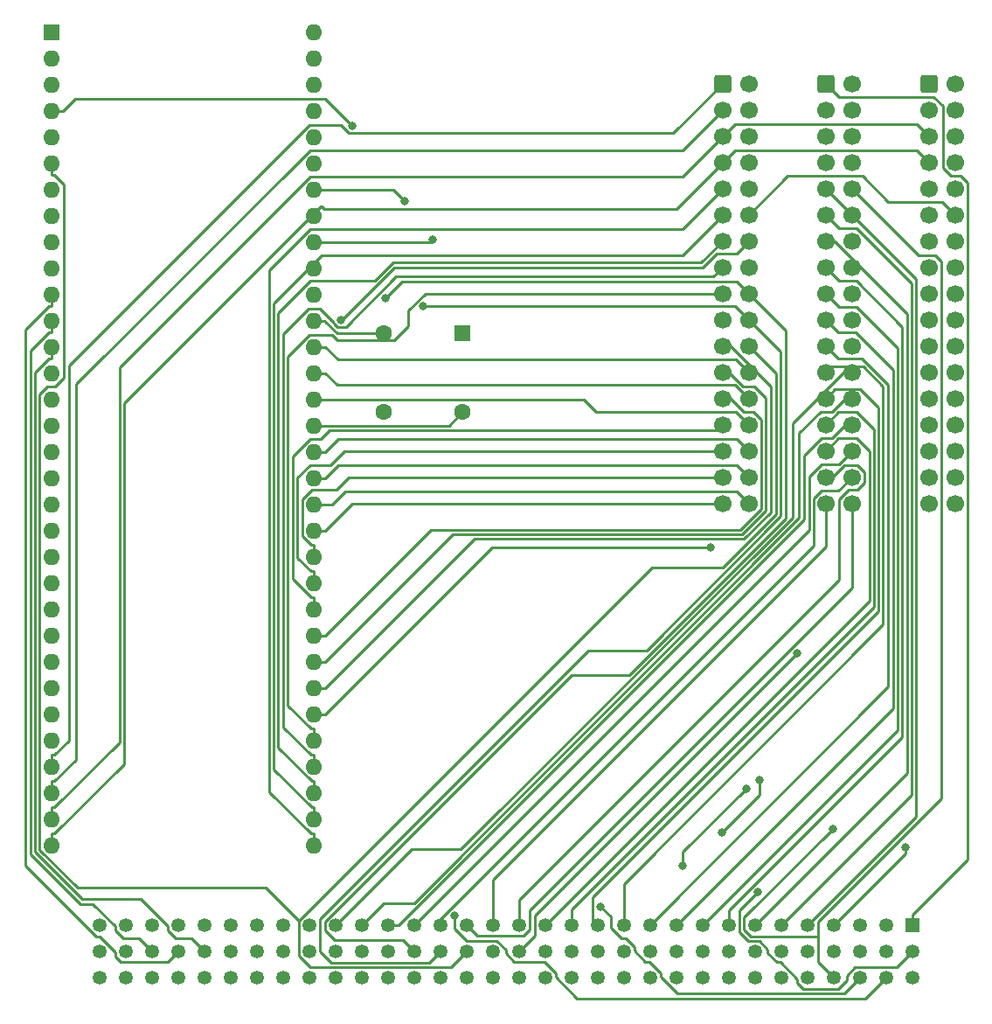
<source format=gbr>
%TF.GenerationSoftware,KiCad,Pcbnew,(6.0.4)*%
%TF.CreationDate,2022-05-02T09:06:26-05:00*%
%TF.ProjectId,cpu_board,6370755f-626f-4617-9264-2e6b69636164,rev?*%
%TF.SameCoordinates,Original*%
%TF.FileFunction,Copper,L2,Bot*%
%TF.FilePolarity,Positive*%
%FSLAX46Y46*%
G04 Gerber Fmt 4.6, Leading zero omitted, Abs format (unit mm)*
G04 Created by KiCad (PCBNEW (6.0.4)) date 2022-05-02 09:06:26*
%MOMM*%
%LPD*%
G01*
G04 APERTURE LIST*
G04 Aperture macros list*
%AMRoundRect*
0 Rectangle with rounded corners*
0 $1 Rounding radius*
0 $2 $3 $4 $5 $6 $7 $8 $9 X,Y pos of 4 corners*
0 Add a 4 corners polygon primitive as box body*
4,1,4,$2,$3,$4,$5,$6,$7,$8,$9,$2,$3,0*
0 Add four circle primitives for the rounded corners*
1,1,$1+$1,$2,$3*
1,1,$1+$1,$4,$5*
1,1,$1+$1,$6,$7*
1,1,$1+$1,$8,$9*
0 Add four rect primitives between the rounded corners*
20,1,$1+$1,$2,$3,$4,$5,0*
20,1,$1+$1,$4,$5,$6,$7,0*
20,1,$1+$1,$6,$7,$8,$9,0*
20,1,$1+$1,$8,$9,$2,$3,0*%
G04 Aperture macros list end*
%TA.AperFunction,ComponentPad*%
%ADD10R,1.600000X1.600000*%
%TD*%
%TA.AperFunction,ComponentPad*%
%ADD11C,1.600000*%
%TD*%
%TA.AperFunction,ComponentPad*%
%ADD12RoundRect,0.250000X-0.600000X-0.600000X0.600000X-0.600000X0.600000X0.600000X-0.600000X0.600000X0*%
%TD*%
%TA.AperFunction,ComponentPad*%
%ADD13C,1.700000*%
%TD*%
%TA.AperFunction,ComponentPad*%
%ADD14R,1.350000X1.350000*%
%TD*%
%TA.AperFunction,ComponentPad*%
%ADD15C,1.350000*%
%TD*%
%TA.AperFunction,ComponentPad*%
%ADD16O,1.600000X1.600000*%
%TD*%
%TA.AperFunction,ViaPad*%
%ADD17C,0.800000*%
%TD*%
%TA.AperFunction,Conductor*%
%ADD18C,0.250000*%
%TD*%
G04 APERTURE END LIST*
D10*
%TO.P,X1,1,EN*%
%TO.N,+5V*%
X67810000Y-75190000D03*
D11*
%TO.P,X1,4,GND*%
%TO.N,GND*%
X60190000Y-75190000D03*
%TO.P,X1,5,OUT*%
%TO.N,/CLK*%
X60190000Y-82810000D03*
%TO.P,X1,8,Vcc*%
%TO.N,+5V*%
X67810000Y-82810000D03*
%TD*%
D12*
%TO.P,J2,1,Pin_1*%
%TO.N,/CPU_A1*%
X93000000Y-51000000D03*
D13*
%TO.P,J2,2,Pin_2*%
%TO.N,unconnected-(J2-Pad2)*%
X95540000Y-51000000D03*
%TO.P,J2,3,Pin_3*%
%TO.N,/CPU_A2*%
X93000000Y-53540000D03*
%TO.P,J2,4,Pin_4*%
%TO.N,unconnected-(J2-Pad4)*%
X95540000Y-53540000D03*
%TO.P,J2,5,Pin_5*%
%TO.N,/CPU_A3*%
X93000000Y-56080000D03*
%TO.P,J2,6,Pin_6*%
%TO.N,unconnected-(J2-Pad6)*%
X95540000Y-56080000D03*
%TO.P,J2,7,Pin_7*%
%TO.N,/CPU_A4*%
X93000000Y-58620000D03*
%TO.P,J2,8,Pin_8*%
%TO.N,unconnected-(J2-Pad8)*%
X95540000Y-58620000D03*
%TO.P,J2,9,Pin_9*%
%TO.N,/CPU_A5*%
X93000000Y-61160000D03*
%TO.P,J2,10,Pin_10*%
%TO.N,/~DCO*%
X95540000Y-61160000D03*
%TO.P,J2,11,Pin_11*%
%TO.N,/CPU_A6*%
X93000000Y-63700000D03*
%TO.P,J2,12,Pin_12*%
%TO.N,/~CPU_BERR*%
X95540000Y-63700000D03*
%TO.P,J2,13,Pin_13*%
%TO.N,/CPU_A7*%
X93000000Y-66240000D03*
%TO.P,J2,14,Pin_14*%
%TO.N,/~CPU_DTACK*%
X95540000Y-66240000D03*
%TO.P,J2,15,Pin_15*%
%TO.N,/CPU_A8*%
X93000000Y-68780000D03*
%TO.P,J2,16,Pin_16*%
%TO.N,/CPU_R{slash}W*%
X95540000Y-68780000D03*
%TO.P,J2,17,Pin_17*%
%TO.N,/CPU_A9*%
X93000000Y-71320000D03*
%TO.P,J2,18,Pin_18*%
%TO.N,/~CPU_LDS*%
X95540000Y-71320000D03*
%TO.P,J2,19,Pin_19*%
%TO.N,/CPU_A10*%
X93000000Y-73860000D03*
%TO.P,J2,20,Pin_20*%
%TO.N,/~CPU_UDS*%
X95540000Y-73860000D03*
%TO.P,J2,21,Pin_21*%
%TO.N,/CPU_A11*%
X93000000Y-76400000D03*
%TO.P,J2,22,Pin_22*%
%TO.N,/~CPU_AS*%
X95540000Y-76400000D03*
%TO.P,J2,23,Pin_23*%
%TO.N,/CPU_A12*%
X93000000Y-78940000D03*
%TO.P,J2,24,Pin_24*%
%TO.N,/CPU_A23*%
X95540000Y-78940000D03*
%TO.P,J2,25,Pin_25*%
%TO.N,/CPU_A13*%
X93000000Y-81480000D03*
%TO.P,J2,26,Pin_26*%
%TO.N,/CPU_A22*%
X95540000Y-81480000D03*
%TO.P,J2,27,Pin_27*%
%TO.N,/CPU_A14*%
X93000000Y-84020000D03*
%TO.P,J2,28,Pin_28*%
%TO.N,/CPU_A21*%
X95540000Y-84020000D03*
%TO.P,J2,29,Pin_29*%
%TO.N,/CPU_A15*%
X93000000Y-86560000D03*
%TO.P,J2,30,Pin_30*%
%TO.N,/CPU_A20*%
X95540000Y-86560000D03*
%TO.P,J2,31,Pin_31*%
%TO.N,/CPU_A16*%
X93000000Y-89100000D03*
%TO.P,J2,32,Pin_32*%
%TO.N,/CPU_A19*%
X95540000Y-89100000D03*
%TO.P,J2,33,Pin_33*%
%TO.N,/CPU_A17*%
X93000000Y-91640000D03*
%TO.P,J2,34,Pin_34*%
%TO.N,/CPU_A18*%
X95540000Y-91640000D03*
%TD*%
D14*
%TO.P,J4,A1,A1*%
%TO.N,/BUS_A1*%
X111370000Y-132487500D03*
D15*
%TO.P,J4,A2,A2*%
%TO.N,/BUS_A2*%
X108830000Y-132487500D03*
%TO.P,J4,A3,A3*%
%TO.N,/BUS_A3*%
X106290000Y-132487500D03*
%TO.P,J4,A4,A4*%
%TO.N,/BUS_A4*%
X103750000Y-132487500D03*
%TO.P,J4,A5,A5*%
%TO.N,/BUS_A5*%
X101210000Y-132487500D03*
%TO.P,J4,A6,A6*%
%TO.N,/BUS_A6*%
X98670000Y-132487500D03*
%TO.P,J4,A7,A7*%
%TO.N,/BUS_A7*%
X96130000Y-132487500D03*
%TO.P,J4,A8,A8*%
%TO.N,/BUS_A8*%
X93590000Y-132487500D03*
%TO.P,J4,A9,A9*%
%TO.N,/BUS_A9*%
X91050000Y-132487500D03*
%TO.P,J4,A10,A10*%
%TO.N,/BUS_A10*%
X88510000Y-132487500D03*
%TO.P,J4,A11,A11*%
%TO.N,/BUS_A11*%
X85970000Y-132487500D03*
%TO.P,J4,A12,A12*%
%TO.N,/BUS_A12*%
X83430000Y-132487500D03*
%TO.P,J4,A13,A13*%
%TO.N,/BUS_A13*%
X80890000Y-132487500D03*
%TO.P,J4,A14,A14*%
%TO.N,/BUS_A14*%
X78350000Y-132487500D03*
%TO.P,J4,A15,A15*%
%TO.N,/BUS_A15*%
X75810000Y-132487500D03*
%TO.P,J4,A16,A16*%
%TO.N,/BUS_A16*%
X73270000Y-132487500D03*
%TO.P,J4,A17,A17*%
%TO.N,/BUS_A17*%
X70730000Y-132487500D03*
%TO.P,J4,A18,A18*%
%TO.N,/BUS_A18*%
X68190000Y-132487500D03*
%TO.P,J4,A19,A19*%
%TO.N,/BUS_A19*%
X65650000Y-132487500D03*
%TO.P,J4,A20,A20*%
%TO.N,/BUS_A20*%
X63110000Y-132487500D03*
%TO.P,J4,A21,A21*%
%TO.N,/BUS_A21*%
X60570000Y-132487500D03*
%TO.P,J4,A22,A22*%
%TO.N,/BUS_A22*%
X58030000Y-132487500D03*
%TO.P,J4,A23,A23*%
%TO.N,/BUS_A23*%
X55490000Y-132487500D03*
%TO.P,J4,A24,A24*%
%TO.N,/A24*%
X52950000Y-132487500D03*
%TO.P,J4,A25,A25*%
%TO.N,/A25*%
X50410000Y-132487500D03*
%TO.P,J4,A26,A26*%
%TO.N,/A26*%
X47870000Y-132487500D03*
%TO.P,J4,A27,A27*%
%TO.N,/A27*%
X45330000Y-132487500D03*
%TO.P,J4,A28,A28*%
%TO.N,/A28*%
X42790000Y-132487500D03*
%TO.P,J4,A29,A29*%
%TO.N,/A29*%
X40250000Y-132487500D03*
%TO.P,J4,A30,A30*%
%TO.N,/A30*%
X37710000Y-132487500D03*
%TO.P,J4,A31,A31*%
%TO.N,/A31*%
X35170000Y-132487500D03*
%TO.P,J4,A32,A32*%
%TO.N,/D0*%
X32630000Y-132487500D03*
%TO.P,J4,B1,B1*%
%TO.N,/D1*%
X111370000Y-135027500D03*
%TO.P,J4,B2,B2*%
%TO.N,/D2*%
X108830000Y-135027500D03*
%TO.P,J4,B3,B3*%
%TO.N,/D3*%
X106290000Y-135027500D03*
%TO.P,J4,B4,B4*%
%TO.N,/D4*%
X103750000Y-135027500D03*
%TO.P,J4,B5,B5*%
%TO.N,/D5*%
X101210000Y-135027500D03*
%TO.P,J4,B6,B6*%
%TO.N,/D6*%
X98670000Y-135027500D03*
%TO.P,J4,B7,B7*%
%TO.N,/D7*%
X96130000Y-135027500D03*
%TO.P,J4,B8,B8*%
%TO.N,/D8*%
X93590000Y-135027500D03*
%TO.P,J4,B9,B9*%
%TO.N,/D9*%
X91050000Y-135027500D03*
%TO.P,J4,B10,B10*%
%TO.N,/D10*%
X88510000Y-135027500D03*
%TO.P,J4,B11,B11*%
%TO.N,/D11*%
X85970000Y-135027500D03*
%TO.P,J4,B12,B12*%
%TO.N,/D12*%
X83430000Y-135027500D03*
%TO.P,J4,B13,B13*%
%TO.N,/D13*%
X80890000Y-135027500D03*
%TO.P,J4,B14,B14*%
%TO.N,/D14*%
X78350000Y-135027500D03*
%TO.P,J4,B15,B15*%
%TO.N,/D15*%
X75810000Y-135027500D03*
%TO.P,J4,B16,B16*%
%TO.N,/~CPU_BERR*%
X73270000Y-135027500D03*
%TO.P,J4,B17,B17*%
%TO.N,/~CPU_DTACK*%
X70730000Y-135027500D03*
%TO.P,J4,B18,B18*%
%TO.N,/~CPU_AS*%
X68190000Y-135027500D03*
%TO.P,J4,B19,B19*%
%TO.N,/~CPU_UDS*%
X65650000Y-135027500D03*
%TO.P,J4,B20,B20*%
%TO.N,/~CPU_LDS*%
X63110000Y-135027500D03*
%TO.P,J4,B21,B21*%
%TO.N,/CPU_R{slash}W*%
X60570000Y-135027500D03*
%TO.P,J4,B22,B22*%
%TO.N,/VPA*%
X58030000Y-135027500D03*
%TO.P,J4,B23,B23*%
%TO.N,/E*%
X55490000Y-135027500D03*
%TO.P,J4,B24,B24*%
%TO.N,/~VMA*%
X52950000Y-135027500D03*
%TO.P,J4,B25,B25*%
%TO.N,/FC2*%
X50410000Y-135027500D03*
%TO.P,J4,B26,B26*%
%TO.N,/FC1*%
X47870000Y-135027500D03*
%TO.P,J4,B27,B27*%
%TO.N,/FC0*%
X45330000Y-135027500D03*
%TO.P,J4,B28,B28*%
%TO.N,/~BR*%
X42790000Y-135027500D03*
%TO.P,J4,B29,B29*%
%TO.N,/~BG*%
X40250000Y-135027500D03*
%TO.P,J4,B30,B30*%
%TO.N,/~BGACK*%
X37710000Y-135027500D03*
%TO.P,J4,B31,B31*%
%TO.N,/~IPL2*%
X35170000Y-135027500D03*
%TO.P,J4,B32,B32*%
%TO.N,/~IPL1*%
X32630000Y-135027500D03*
%TO.P,J4,C1,C1*%
%TO.N,/~IPL0*%
X111370000Y-137567500D03*
%TO.P,J4,C2,C2*%
%TO.N,/CLK*%
X108830000Y-137567500D03*
%TO.P,J4,C3,C3*%
%TO.N,GND*%
X106290000Y-137567500D03*
%TO.P,J4,C4,C4*%
%TO.N,+5V*%
X103750000Y-137567500D03*
%TO.P,J4,C5,C5*%
%TO.N,unconnected-(J4-PadC5)*%
X101210000Y-137567500D03*
%TO.P,J4,C6,C6*%
%TO.N,unconnected-(J4-PadC6)*%
X98670000Y-137567500D03*
%TO.P,J4,C7,C7*%
%TO.N,unconnected-(J4-PadC7)*%
X96130000Y-137567500D03*
%TO.P,J4,C8,C8*%
%TO.N,unconnected-(J4-PadC8)*%
X93590000Y-137567500D03*
%TO.P,J4,C9,C9*%
%TO.N,unconnected-(J4-PadC9)*%
X91050000Y-137567500D03*
%TO.P,J4,C10,C10*%
%TO.N,unconnected-(J4-PadC10)*%
X88510000Y-137567500D03*
%TO.P,J4,C11,C11*%
%TO.N,unconnected-(J4-PadC11)*%
X85970000Y-137567500D03*
%TO.P,J4,C12,C12*%
%TO.N,unconnected-(J4-PadC12)*%
X83430000Y-137567500D03*
%TO.P,J4,C13,C13*%
%TO.N,unconnected-(J4-PadC13)*%
X80890000Y-137567500D03*
%TO.P,J4,C14,C14*%
%TO.N,unconnected-(J4-PadC14)*%
X78350000Y-137567500D03*
%TO.P,J4,C15,C15*%
%TO.N,unconnected-(J4-PadC15)*%
X75810000Y-137567500D03*
%TO.P,J4,C16,C16*%
%TO.N,unconnected-(J4-PadC16)*%
X73270000Y-137567500D03*
%TO.P,J4,C17,C17*%
%TO.N,unconnected-(J4-PadC17)*%
X70730000Y-137567500D03*
%TO.P,J4,C18,C18*%
%TO.N,unconnected-(J4-PadC18)*%
X68190000Y-137567500D03*
%TO.P,J4,C19,C19*%
%TO.N,unconnected-(J4-PadC19)*%
X65650000Y-137567500D03*
%TO.P,J4,C20,C20*%
%TO.N,unconnected-(J4-PadC20)*%
X63110000Y-137567500D03*
%TO.P,J4,C21,C21*%
%TO.N,unconnected-(J4-PadC21)*%
X60570000Y-137567500D03*
%TO.P,J4,C22,C22*%
%TO.N,unconnected-(J4-PadC22)*%
X58030000Y-137567500D03*
%TO.P,J4,C23,C23*%
%TO.N,unconnected-(J4-PadC23)*%
X55490000Y-137567500D03*
%TO.P,J4,C24,C24*%
%TO.N,unconnected-(J4-PadC24)*%
X52950000Y-137567500D03*
%TO.P,J4,C25,C25*%
%TO.N,unconnected-(J4-PadC25)*%
X50410000Y-137567500D03*
%TO.P,J4,C26,C26*%
%TO.N,unconnected-(J4-PadC26)*%
X47870000Y-137567500D03*
%TO.P,J4,C27,C27*%
%TO.N,unconnected-(J4-PadC27)*%
X45330000Y-137567500D03*
%TO.P,J4,C28,C28*%
%TO.N,unconnected-(J4-PadC28)*%
X42790000Y-137567500D03*
%TO.P,J4,C29,C29*%
%TO.N,unconnected-(J4-PadC29)*%
X40250000Y-137567500D03*
%TO.P,J4,C30,C30*%
%TO.N,unconnected-(J4-PadC30)*%
X37710000Y-137567500D03*
%TO.P,J4,C31,C31*%
%TO.N,unconnected-(J4-PadC31)*%
X35170000Y-137567500D03*
%TO.P,J4,C32,C32*%
%TO.N,unconnected-(J4-PadC32)*%
X32630000Y-137567500D03*
%TD*%
D10*
%TO.P,U1,1,D4*%
%TO.N,/CPU_D4*%
X28000000Y-46000000D03*
D16*
%TO.P,U1,2,D3*%
%TO.N,/CPU_D3*%
X28000000Y-48540000D03*
%TO.P,U1,3,D2*%
%TO.N,/CPU_D2*%
X28000000Y-51080000D03*
%TO.P,U1,4,D1*%
%TO.N,/CPU_D1*%
X28000000Y-53620000D03*
%TO.P,U1,5,D0*%
%TO.N,/CPU_D0*%
X28000000Y-56160000D03*
%TO.P,U1,6,AS*%
%TO.N,/~CPU_AS*%
X28000000Y-58700000D03*
%TO.P,U1,7,UDS*%
%TO.N,/~CPU_UDS*%
X28000000Y-61240000D03*
%TO.P,U1,8,LDS*%
%TO.N,/~CPU_LDS*%
X28000000Y-63780000D03*
%TO.P,U1,9,R/W*%
%TO.N,/CPU_R{slash}W*%
X28000000Y-66320000D03*
%TO.P,U1,10,DTACK*%
%TO.N,/~CPU_DTACK*%
X28000000Y-68860000D03*
%TO.P,U1,11,BG*%
%TO.N,/~BG*%
X28000000Y-71400000D03*
%TO.P,U1,12,BGACK*%
%TO.N,/~BGACK*%
X28000000Y-73940000D03*
%TO.P,U1,13,BR*%
%TO.N,/~BR*%
X28000000Y-76480000D03*
%TO.P,U1,14,VCC*%
%TO.N,+5V*%
X28000000Y-79020000D03*
%TO.P,U1,15,CLK*%
%TO.N,/CLK*%
X28000000Y-81560000D03*
%TO.P,U1,16,GND*%
%TO.N,GND*%
X28000000Y-84100000D03*
%TO.P,U1,17,HALT*%
%TO.N,/~HALT*%
X28000000Y-86640000D03*
%TO.P,U1,18,RESET*%
%TO.N,/~RESET*%
X28000000Y-89180000D03*
%TO.P,U1,19,VMA*%
%TO.N,/~VMA*%
X28000000Y-91720000D03*
%TO.P,U1,20,E*%
%TO.N,/E*%
X28000000Y-94260000D03*
%TO.P,U1,21,VPA*%
%TO.N,/VPA*%
X28000000Y-96800000D03*
%TO.P,U1,22,BERR*%
%TO.N,/~CPU_BERR*%
X28000000Y-99340000D03*
%TO.P,U1,23,IPL2*%
%TO.N,/~IPL2*%
X28000000Y-101880000D03*
%TO.P,U1,24,IPL1*%
%TO.N,/~IPL1*%
X28000000Y-104420000D03*
%TO.P,U1,25,IPL0*%
%TO.N,/~IPL0*%
X28000000Y-106960000D03*
%TO.P,U1,26,FC2*%
%TO.N,/FC2*%
X28000000Y-109500000D03*
%TO.P,U1,27,FC1*%
%TO.N,/FC1*%
X28000000Y-112040000D03*
%TO.P,U1,28,FC0*%
%TO.N,/FC0*%
X28000000Y-114580000D03*
%TO.P,U1,29,A1*%
%TO.N,/CPU_A1*%
X28000000Y-117120000D03*
%TO.P,U1,30,A2*%
%TO.N,/CPU_A2*%
X28000000Y-119660000D03*
%TO.P,U1,31,A3*%
%TO.N,/CPU_A3*%
X28000000Y-122200000D03*
%TO.P,U1,32,A4*%
%TO.N,/CPU_A4*%
X28000000Y-124740000D03*
%TO.P,U1,33,A5*%
%TO.N,/CPU_A5*%
X53400000Y-124740000D03*
%TO.P,U1,34,A6*%
%TO.N,/CPU_A6*%
X53400000Y-122200000D03*
%TO.P,U1,35,A7*%
%TO.N,/CPU_A7*%
X53400000Y-119660000D03*
%TO.P,U1,36,A8*%
%TO.N,/CPU_A8*%
X53400000Y-117120000D03*
%TO.P,U1,37,A9*%
%TO.N,/CPU_A9*%
X53400000Y-114580000D03*
%TO.P,U1,38,A10*%
%TO.N,/CPU_A10*%
X53400000Y-112040000D03*
%TO.P,U1,39,A11*%
%TO.N,/CPU_A11*%
X53400000Y-109500000D03*
%TO.P,U1,40,A12*%
%TO.N,/CPU_A12*%
X53400000Y-106960000D03*
%TO.P,U1,41,A13*%
%TO.N,/CPU_A13*%
X53400000Y-104420000D03*
%TO.P,U1,42,A14*%
%TO.N,/CPU_A14*%
X53400000Y-101880000D03*
%TO.P,U1,43,A15*%
%TO.N,/CPU_A15*%
X53400000Y-99340000D03*
%TO.P,U1,44,A16*%
%TO.N,/CPU_A16*%
X53400000Y-96800000D03*
%TO.P,U1,45,A17*%
%TO.N,/CPU_A17*%
X53400000Y-94260000D03*
%TO.P,U1,46,A18*%
%TO.N,/CPU_A18*%
X53400000Y-91720000D03*
%TO.P,U1,47,A19*%
%TO.N,/CPU_A19*%
X53400000Y-89180000D03*
%TO.P,U1,48,A20*%
%TO.N,/CPU_A20*%
X53400000Y-86640000D03*
%TO.P,U1,49,VCC*%
%TO.N,+5V*%
X53400000Y-84100000D03*
%TO.P,U1,50,A21*%
%TO.N,/CPU_A21*%
X53400000Y-81560000D03*
%TO.P,U1,51,A22*%
%TO.N,/CPU_A22*%
X53400000Y-79020000D03*
%TO.P,U1,52,A23*%
%TO.N,/CPU_A23*%
X53400000Y-76480000D03*
%TO.P,U1,53,GND*%
%TO.N,GND*%
X53400000Y-73940000D03*
%TO.P,U1,54,D15*%
%TO.N,/CPU_D15*%
X53400000Y-71400000D03*
%TO.P,U1,55,D14*%
%TO.N,/CPU_D14*%
X53400000Y-68860000D03*
%TO.P,U1,56,D13*%
%TO.N,/CPU_D13*%
X53400000Y-66320000D03*
%TO.P,U1,57,D12*%
%TO.N,/CPU_D12*%
X53400000Y-63780000D03*
%TO.P,U1,58,D11*%
%TO.N,/CPU_D11*%
X53400000Y-61240000D03*
%TO.P,U1,59,D10*%
%TO.N,/CPU_D10*%
X53400000Y-58700000D03*
%TO.P,U1,60,D9*%
%TO.N,/CPU_D9*%
X53400000Y-56160000D03*
%TO.P,U1,61,D8*%
%TO.N,/CPU_D8*%
X53400000Y-53620000D03*
%TO.P,U1,62,D7*%
%TO.N,/CPU_D7*%
X53400000Y-51080000D03*
%TO.P,U1,63,D6*%
%TO.N,/CPU_D6*%
X53400000Y-48540000D03*
%TO.P,U1,64,D5*%
%TO.N,/CPU_D5*%
X53400000Y-46000000D03*
%TD*%
D12*
%TO.P,J1,1,Pin_1*%
%TO.N,/BUS_A1*%
X103000000Y-51000000D03*
D13*
%TO.P,J1,2,Pin_2*%
%TO.N,unconnected-(J1-Pad2)*%
X105540000Y-51000000D03*
%TO.P,J1,3,Pin_3*%
%TO.N,/BUS_A2*%
X103000000Y-53540000D03*
%TO.P,J1,4,Pin_4*%
%TO.N,unconnected-(J1-Pad4)*%
X105540000Y-53540000D03*
%TO.P,J1,5,Pin_5*%
%TO.N,/BUS_A3*%
X103000000Y-56080000D03*
%TO.P,J1,6,Pin_6*%
%TO.N,unconnected-(J1-Pad6)*%
X105540000Y-56080000D03*
%TO.P,J1,7,Pin_7*%
%TO.N,/BUS_A4*%
X103000000Y-58620000D03*
%TO.P,J1,8,Pin_8*%
%TO.N,unconnected-(J1-Pad8)*%
X105540000Y-58620000D03*
%TO.P,J1,9,Pin_9*%
%TO.N,/BUS_A5*%
X103000000Y-61160000D03*
%TO.P,J1,10,Pin_10*%
%TO.N,+5V*%
X105540000Y-61160000D03*
%TO.P,J1,11,Pin_11*%
%TO.N,/BUS_A6*%
X103000000Y-63700000D03*
%TO.P,J1,12,Pin_12*%
%TO.N,/~BUS_BERR*%
X105540000Y-63700000D03*
%TO.P,J1,13,Pin_13*%
%TO.N,/BUS_A7*%
X103000000Y-66240000D03*
%TO.P,J1,14,Pin_14*%
%TO.N,/~BUS_DTACK*%
X105540000Y-66240000D03*
%TO.P,J1,15,Pin_15*%
%TO.N,/BUS_A8*%
X103000000Y-68780000D03*
%TO.P,J1,16,Pin_16*%
%TO.N,/BUS_R{slash}W*%
X105540000Y-68780000D03*
%TO.P,J1,17,Pin_17*%
%TO.N,/BUS_A9*%
X103000000Y-71320000D03*
%TO.P,J1,18,Pin_18*%
%TO.N,/~BUS_LDS*%
X105540000Y-71320000D03*
%TO.P,J1,19,Pin_19*%
%TO.N,/BUS_A10*%
X103000000Y-73860000D03*
%TO.P,J1,20,Pin_20*%
%TO.N,/~BUS_UDS*%
X105540000Y-73860000D03*
%TO.P,J1,21,Pin_21*%
%TO.N,/BUS_A11*%
X103000000Y-76400000D03*
%TO.P,J1,22,Pin_22*%
%TO.N,/~BUS_AS*%
X105540000Y-76400000D03*
%TO.P,J1,23,Pin_23*%
%TO.N,/BUS_A12*%
X103000000Y-78940000D03*
%TO.P,J1,24,Pin_24*%
%TO.N,/BUS_A23*%
X105540000Y-78940000D03*
%TO.P,J1,25,Pin_25*%
%TO.N,/BUS_A13*%
X103000000Y-81480000D03*
%TO.P,J1,26,Pin_26*%
%TO.N,/BUS_A22*%
X105540000Y-81480000D03*
%TO.P,J1,27,Pin_27*%
%TO.N,/BUS_A14*%
X103000000Y-84020000D03*
%TO.P,J1,28,Pin_28*%
%TO.N,/BUS_A21*%
X105540000Y-84020000D03*
%TO.P,J1,29,Pin_29*%
%TO.N,/BUS_A15*%
X103000000Y-86560000D03*
%TO.P,J1,30,Pin_30*%
%TO.N,/BUS_A20*%
X105540000Y-86560000D03*
%TO.P,J1,31,Pin_31*%
%TO.N,/BUS_A16*%
X103000000Y-89100000D03*
%TO.P,J1,32,Pin_32*%
%TO.N,/BUS_A19*%
X105540000Y-89100000D03*
%TO.P,J1,33,Pin_33*%
%TO.N,/BUS_A17*%
X103000000Y-91640000D03*
%TO.P,J1,34,Pin_34*%
%TO.N,/BUS_A18*%
X105540000Y-91640000D03*
%TD*%
D12*
%TO.P,J3,1,Pin_1*%
%TO.N,/CPU_A1*%
X113000000Y-51000000D03*
D13*
%TO.P,J3,2,Pin_2*%
%TO.N,unconnected-(J3-Pad2)*%
X115540000Y-51000000D03*
%TO.P,J3,3,Pin_3*%
%TO.N,/CPU_A2*%
X113000000Y-53540000D03*
%TO.P,J3,4,Pin_4*%
%TO.N,unconnected-(J3-Pad4)*%
X115540000Y-53540000D03*
%TO.P,J3,5,Pin_5*%
%TO.N,/CPU_A3*%
X113000000Y-56080000D03*
%TO.P,J3,6,Pin_6*%
%TO.N,unconnected-(J3-Pad6)*%
X115540000Y-56080000D03*
%TO.P,J3,7,Pin_7*%
%TO.N,/CPU_A4*%
X113000000Y-58620000D03*
%TO.P,J3,8,Pin_8*%
%TO.N,unconnected-(J3-Pad8)*%
X115540000Y-58620000D03*
%TO.P,J3,9,Pin_9*%
%TO.N,/CPU_A5*%
X113000000Y-61160000D03*
%TO.P,J3,10,Pin_10*%
%TO.N,unconnected-(J3-Pad10)*%
X115540000Y-61160000D03*
%TO.P,J3,11,Pin_11*%
%TO.N,/CPU_A6*%
X113000000Y-63700000D03*
%TO.P,J3,12,Pin_12*%
%TO.N,/~CPU_BERR*%
X115540000Y-63700000D03*
%TO.P,J3,13,Pin_13*%
%TO.N,/CPU_A7*%
X113000000Y-66240000D03*
%TO.P,J3,14,Pin_14*%
%TO.N,/~CPU_DTACK*%
X115540000Y-66240000D03*
%TO.P,J3,15,Pin_15*%
%TO.N,/CPU_A8*%
X113000000Y-68780000D03*
%TO.P,J3,16,Pin_16*%
%TO.N,/CPU_R{slash}W*%
X115540000Y-68780000D03*
%TO.P,J3,17,Pin_17*%
%TO.N,/CPU_A9*%
X113000000Y-71320000D03*
%TO.P,J3,18,Pin_18*%
%TO.N,/~CPU_LDS*%
X115540000Y-71320000D03*
%TO.P,J3,19,Pin_19*%
%TO.N,/CPU_A10*%
X113000000Y-73860000D03*
%TO.P,J3,20,Pin_20*%
%TO.N,/~CPU_UDS*%
X115540000Y-73860000D03*
%TO.P,J3,21,Pin_21*%
%TO.N,/CPU_A11*%
X113000000Y-76400000D03*
%TO.P,J3,22,Pin_22*%
%TO.N,/~CPU_AS*%
X115540000Y-76400000D03*
%TO.P,J3,23,Pin_23*%
%TO.N,/CPU_A12*%
X113000000Y-78940000D03*
%TO.P,J3,24,Pin_24*%
%TO.N,/CPU_A23*%
X115540000Y-78940000D03*
%TO.P,J3,25,Pin_25*%
%TO.N,/CPU_A13*%
X113000000Y-81480000D03*
%TO.P,J3,26,Pin_26*%
%TO.N,/CPU_A22*%
X115540000Y-81480000D03*
%TO.P,J3,27,Pin_27*%
%TO.N,/CPU_A14*%
X113000000Y-84020000D03*
%TO.P,J3,28,Pin_28*%
%TO.N,/CPU_A21*%
X115540000Y-84020000D03*
%TO.P,J3,29,Pin_29*%
%TO.N,/CPU_A15*%
X113000000Y-86560000D03*
%TO.P,J3,30,Pin_30*%
%TO.N,/CPU_A20*%
X115540000Y-86560000D03*
%TO.P,J3,31,Pin_31*%
%TO.N,/CPU_A16*%
X113000000Y-89100000D03*
%TO.P,J3,32,Pin_32*%
%TO.N,/CPU_A19*%
X115540000Y-89100000D03*
%TO.P,J3,33,Pin_33*%
%TO.N,/CPU_A17*%
X113000000Y-91640000D03*
%TO.P,J3,34,Pin_34*%
%TO.N,/CPU_A18*%
X115540000Y-91640000D03*
%TD*%
D17*
%TO.N,/CPU_D11*%
X62218700Y-62348800D03*
X96559300Y-118411800D03*
X92975200Y-123462800D03*
%TO.N,/CPU_D13*%
X64927600Y-66099300D03*
X95297200Y-119250800D03*
X89166500Y-126725400D03*
%TO.N,/CPU_D1*%
X57106900Y-55059200D03*
%TO.N,GND*%
X81166000Y-130659400D03*
%TO.N,/CLK*%
X67034500Y-131538600D03*
%TO.N,/D1*%
X96434700Y-129249500D03*
%TO.N,/~CPU_UDS*%
X64008800Y-72557000D03*
%TO.N,/CPU_A10*%
X91817200Y-95860000D03*
%TO.N,/~CPU_LDS*%
X60362500Y-71726300D03*
%TO.N,/~CPU_DTACK*%
X56039100Y-73892000D03*
%TO.N,/~CPU_BERR*%
X100204000Y-106157600D03*
%TO.N,+5V*%
X103673200Y-123141500D03*
%TO.N,/BUS_A4*%
X110683000Y-124933000D03*
%TD*%
D18*
%TO.N,/CPU_D11*%
X96559300Y-119878700D02*
X92975200Y-123462800D01*
X96559300Y-118411800D02*
X96559300Y-119878700D01*
X61109900Y-61240000D02*
X62218700Y-62348800D01*
X53400000Y-61240000D02*
X61109900Y-61240000D01*
%TO.N,/CPU_D13*%
X89166500Y-125381500D02*
X95297200Y-119250800D01*
X89166500Y-126725400D02*
X89166500Y-125381500D01*
X64706900Y-66320000D02*
X64927600Y-66099300D01*
X53400000Y-66320000D02*
X64706900Y-66320000D01*
%TO.N,/CPU_D1*%
X54523800Y-52476100D02*
X57106900Y-55059200D01*
X30269200Y-52476100D02*
X54523800Y-52476100D01*
X29125300Y-53620000D02*
X30269200Y-52476100D01*
X28000000Y-53620000D02*
X29125300Y-53620000D01*
%TO.N,GND*%
X53400000Y-73940000D02*
X54525300Y-73940000D01*
X55674500Y-75190000D02*
X60190000Y-75190000D01*
X54525300Y-74040800D02*
X55674500Y-75190000D01*
X54525300Y-73940000D02*
X54525300Y-74040800D01*
X82160100Y-131653500D02*
X81166000Y-130659400D01*
X82160100Y-132682600D02*
X82160100Y-131653500D01*
X83212900Y-133735400D02*
X82160100Y-132682600D01*
X83594100Y-133735400D02*
X83212900Y-133735400D01*
X84430400Y-134571700D02*
X83594100Y-133735400D01*
X84430400Y-134941900D02*
X84430400Y-134571700D01*
X85516400Y-136027900D02*
X84430400Y-134941900D01*
X85887700Y-136027900D02*
X85516400Y-136027900D01*
X86970400Y-137110600D02*
X85887700Y-136027900D01*
X86970400Y-137480300D02*
X86970400Y-137110600D01*
X88581200Y-139091100D02*
X86970400Y-137480300D01*
X104766400Y-139091100D02*
X88581200Y-139091100D01*
X106290000Y-137567500D02*
X104766400Y-139091100D01*
%TO.N,/CLK*%
X106848500Y-139549000D02*
X108830000Y-137567500D01*
X78905500Y-139549000D02*
X106848500Y-139549000D01*
X76823900Y-137467400D02*
X78905500Y-139549000D01*
X76823900Y-137137400D02*
X76823900Y-137467400D01*
X75714400Y-136027900D02*
X76823900Y-137137400D01*
X72809800Y-136027900D02*
X75714400Y-136027900D01*
X72000000Y-135218100D02*
X72809800Y-136027900D01*
X72000000Y-134849900D02*
X72000000Y-135218100D01*
X71105600Y-133955500D02*
X72000000Y-134849900D01*
X68174200Y-133955500D02*
X71105600Y-133955500D01*
X67034500Y-132815800D02*
X68174200Y-133955500D01*
X67034500Y-131538600D02*
X67034500Y-132815800D01*
%TO.N,/~BR*%
X28000000Y-76480000D02*
X28000000Y-77605300D01*
X27718700Y-77605300D02*
X28000000Y-77605300D01*
X26397500Y-78926500D02*
X27718700Y-77605300D01*
X26397500Y-125382700D02*
X26397500Y-78926500D01*
X30966700Y-129951900D02*
X26397500Y-125382700D01*
X36618400Y-129951900D02*
X30966700Y-129951900D01*
X39249700Y-132583200D02*
X36618400Y-129951900D01*
X39249700Y-132950300D02*
X39249700Y-132583200D01*
X40056900Y-133757500D02*
X39249700Y-132950300D01*
X41520000Y-133757500D02*
X40056900Y-133757500D01*
X42790000Y-135027500D02*
X41520000Y-133757500D01*
%TO.N,/~BGACK*%
X36440000Y-133757500D02*
X37710000Y-135027500D01*
X34976900Y-133757500D02*
X36440000Y-133757500D01*
X34169700Y-132950300D02*
X34976900Y-133757500D01*
X34169700Y-132583200D02*
X34169700Y-132950300D01*
X31988800Y-130402300D02*
X34169700Y-132583200D01*
X30763200Y-130402300D02*
X31988800Y-130402300D01*
X25935700Y-125574800D02*
X30763200Y-130402300D01*
X25935700Y-76848300D02*
X25935700Y-125574800D01*
X27718700Y-75065300D02*
X25935700Y-76848300D01*
X28000000Y-75065300D02*
X27718700Y-75065300D01*
X28000000Y-73940000D02*
X28000000Y-75065300D01*
%TO.N,/~BG*%
X39232300Y-136045200D02*
X40250000Y-135027500D01*
X34724600Y-136045200D02*
X39232300Y-136045200D01*
X34169600Y-135490200D02*
X34724600Y-136045200D01*
X34169600Y-135123100D02*
X34169600Y-135490200D01*
X32644600Y-133598100D02*
X34169600Y-135123100D01*
X32326000Y-133598100D02*
X32644600Y-133598100D01*
X25418700Y-126690800D02*
X32326000Y-133598100D01*
X25418700Y-74825300D02*
X25418700Y-126690800D01*
X27718700Y-72525300D02*
X25418700Y-74825300D01*
X28000000Y-72525300D02*
X27718700Y-72525300D01*
X28000000Y-71400000D02*
X28000000Y-72525300D01*
%TO.N,/D1*%
X94632900Y-131051300D02*
X96434700Y-129249500D01*
X94632900Y-133148200D02*
X94632900Y-131051300D01*
X95469300Y-133984600D02*
X94632900Y-133148200D01*
X96544700Y-133984600D02*
X95469300Y-133984600D01*
X97360000Y-134799900D02*
X96544700Y-133984600D01*
X97360000Y-135169500D02*
X97360000Y-134799900D01*
X98240500Y-136050000D02*
X97360000Y-135169500D01*
X98583100Y-136050000D02*
X98240500Y-136050000D01*
X100209600Y-137676500D02*
X98583100Y-136050000D01*
X100209600Y-138048700D02*
X100209600Y-137676500D01*
X100801600Y-138640700D02*
X100209600Y-138048700D01*
X104165400Y-138640700D02*
X100801600Y-138640700D01*
X105020000Y-137786100D02*
X104165400Y-138640700D01*
X105020000Y-137390400D02*
X105020000Y-137786100D01*
X105843300Y-136567100D02*
X105020000Y-137390400D01*
X109830400Y-136567100D02*
X105843300Y-136567100D01*
X111370000Y-135027500D02*
X109830400Y-136567100D01*
%TO.N,/CPU_A18*%
X53400000Y-91720000D02*
X54525300Y-91720000D01*
X94349400Y-90449400D02*
X95540000Y-91640000D01*
X56432700Y-90449400D02*
X94349400Y-90449400D01*
X55162100Y-91720000D02*
X56432700Y-90449400D01*
X54525300Y-91720000D02*
X55162100Y-91720000D01*
%TO.N,/CPU_A17*%
X57145300Y-91640000D02*
X93000000Y-91640000D01*
X54525300Y-94260000D02*
X57145300Y-91640000D01*
X53400000Y-94260000D02*
X54525300Y-94260000D01*
%TO.N,/CPU_A19*%
X53400000Y-89180000D02*
X54525300Y-89180000D01*
X94349400Y-87909400D02*
X95540000Y-89100000D01*
X55795900Y-87909400D02*
X94349400Y-87909400D01*
X54525300Y-89180000D02*
X55795900Y-87909400D01*
%TO.N,/CPU_A16*%
X56827000Y-89100000D02*
X93000000Y-89100000D01*
X55609700Y-90317300D02*
X56827000Y-89100000D01*
X53203500Y-90317300D02*
X55609700Y-90317300D01*
X52271700Y-91249100D02*
X53203500Y-90317300D01*
X52271700Y-94827700D02*
X52271700Y-91249100D01*
X53118700Y-95674700D02*
X52271700Y-94827700D01*
X53400000Y-95674700D02*
X53118700Y-95674700D01*
X53400000Y-96800000D02*
X53400000Y-95674700D01*
%TO.N,/CPU_A20*%
X94349400Y-85369400D02*
X95540000Y-86560000D01*
X55795900Y-85369400D02*
X94349400Y-85369400D01*
X54525300Y-86640000D02*
X55795900Y-85369400D01*
X53400000Y-86640000D02*
X54525300Y-86640000D01*
%TO.N,/CPU_A15*%
X53118700Y-98214700D02*
X53400000Y-98214700D01*
X51810100Y-96906100D02*
X53118700Y-98214700D01*
X51810100Y-89145800D02*
X51810100Y-96906100D01*
X53045900Y-87910000D02*
X51810100Y-89145800D01*
X54983700Y-87910000D02*
X53045900Y-87910000D01*
X56333700Y-86560000D02*
X54983700Y-87910000D01*
X93000000Y-86560000D02*
X56333700Y-86560000D01*
X53400000Y-99340000D02*
X53400000Y-98214700D01*
%TO.N,/CPU_A21*%
X79562000Y-81560000D02*
X54525300Y-81560000D01*
X80752000Y-82750000D02*
X79562000Y-81560000D01*
X94270000Y-82750000D02*
X80752000Y-82750000D01*
X95540000Y-84020000D02*
X94270000Y-82750000D01*
X53400000Y-81560000D02*
X54525300Y-81560000D01*
%TO.N,/CPU_A14*%
X53118600Y-100754700D02*
X53400000Y-100754700D01*
X51345600Y-98981700D02*
X53118600Y-100754700D01*
X51345600Y-87086400D02*
X51345600Y-98981700D01*
X53062000Y-85370000D02*
X51345600Y-87086400D01*
X54074400Y-85370000D02*
X53062000Y-85370000D01*
X54894000Y-84550400D02*
X54074400Y-85370000D01*
X92469600Y-84550400D02*
X54894000Y-84550400D01*
X93000000Y-84020000D02*
X92469600Y-84550400D01*
X53400000Y-101880000D02*
X53400000Y-100754700D01*
%TO.N,/CPU_A22*%
X94205300Y-80145300D02*
X95540000Y-81480000D01*
X55650600Y-80145300D02*
X94205300Y-80145300D01*
X54525300Y-79020000D02*
X55650600Y-80145300D01*
X53400000Y-79020000D02*
X54525300Y-79020000D01*
%TO.N,/CPU_A13*%
X53400000Y-104420000D02*
X54525300Y-104420000D01*
X64766300Y-94179000D02*
X54525300Y-104420000D01*
X94681900Y-94179000D02*
X64766300Y-94179000D01*
X96722300Y-92138600D02*
X94681900Y-94179000D01*
X96722300Y-83517700D02*
X96722300Y-92138600D01*
X95954600Y-82750000D02*
X96722300Y-83517700D01*
X95027300Y-82750000D02*
X95954600Y-82750000D01*
X93757300Y-81480000D02*
X95027300Y-82750000D01*
X93000000Y-81480000D02*
X93757300Y-81480000D01*
%TO.N,/CPU_A23*%
X53400000Y-76480000D02*
X54525300Y-76480000D01*
X94285600Y-77685600D02*
X95540000Y-78940000D01*
X55730900Y-77685600D02*
X94285600Y-77685600D01*
X54525300Y-76480000D02*
X55730900Y-77685600D01*
%TO.N,/CPU_A12*%
X53400000Y-106960000D02*
X54525300Y-106960000D01*
X66856000Y-94629300D02*
X54525300Y-106960000D01*
X94905600Y-94629300D02*
X66856000Y-94629300D01*
X97213100Y-92321800D02*
X94905600Y-94629300D01*
X97213100Y-81455600D02*
X97213100Y-92321800D01*
X96062100Y-80304600D02*
X97213100Y-81455600D01*
X95005900Y-80304600D02*
X96062100Y-80304600D01*
X93641300Y-78940000D02*
X95005900Y-80304600D01*
X93000000Y-78940000D02*
X93641300Y-78940000D01*
%TO.N,/~CPU_AS*%
X48738200Y-128854800D02*
X51944000Y-132060600D01*
X30523300Y-128854800D02*
X48738200Y-128854800D01*
X26849600Y-125181100D02*
X30523300Y-128854800D01*
X26849600Y-81040200D02*
X26849600Y-125181100D01*
X27599800Y-80290000D02*
X26849600Y-81040200D01*
X28325100Y-80290000D02*
X27599800Y-80290000D01*
X29176000Y-79439100D02*
X28325100Y-80290000D01*
X29176000Y-60720000D02*
X29176000Y-79439100D01*
X28281300Y-59825300D02*
X29176000Y-60720000D01*
X28000000Y-59825300D02*
X28281300Y-59825300D01*
X86174400Y-97830200D02*
X51944000Y-132060600D01*
X93028700Y-97830200D02*
X86174400Y-97830200D01*
X98168800Y-92690100D02*
X93028700Y-97830200D01*
X98168800Y-79028800D02*
X98168800Y-92690100D01*
X95540000Y-76400000D02*
X98168800Y-79028800D01*
X66650400Y-136567100D02*
X68190000Y-135027500D01*
X53063900Y-136567100D02*
X66650400Y-136567100D01*
X51944000Y-135447200D02*
X53063900Y-136567100D01*
X51944000Y-132060600D02*
X51944000Y-135447200D01*
X28000000Y-58700000D02*
X28000000Y-59825300D01*
%TO.N,/CPU_A11*%
X53400000Y-109500000D02*
X54525300Y-109500000D01*
X68945700Y-95079600D02*
X54525300Y-109500000D01*
X95096600Y-95079600D02*
X68945700Y-95079600D01*
X97708200Y-92468000D02*
X95096600Y-95079600D01*
X97708200Y-80328100D02*
X97708200Y-92468000D01*
X93780100Y-76400000D02*
X97708200Y-80328100D01*
X93000000Y-76400000D02*
X93780100Y-76400000D01*
%TO.N,/~CPU_UDS*%
X94237000Y-72557000D02*
X64008800Y-72557000D01*
X95540000Y-73860000D02*
X94237000Y-72557000D01*
X98619200Y-76939200D02*
X95540000Y-73860000D01*
X98619200Y-92876700D02*
X98619200Y-76939200D01*
X85626000Y-105869900D02*
X98619200Y-92876700D01*
X80008200Y-105869900D02*
X85626000Y-105869900D01*
X54011400Y-131866700D02*
X80008200Y-105869900D01*
X54011400Y-134968800D02*
X54011400Y-131866700D01*
X55119000Y-136076400D02*
X54011400Y-134968800D01*
X64601100Y-136076400D02*
X55119000Y-136076400D01*
X65650000Y-135027500D02*
X64601100Y-136076400D01*
%TO.N,/CPU_A10*%
X53400000Y-112040000D02*
X54525300Y-112040000D01*
X70705300Y-95860000D02*
X91817200Y-95860000D01*
X54525300Y-112040000D02*
X70705300Y-95860000D01*
%TO.N,/~CPU_LDS*%
X99082300Y-74862300D02*
X95540000Y-71320000D01*
X99082300Y-93074000D02*
X99082300Y-74862300D01*
X83940600Y-108215700D02*
X99082300Y-93074000D01*
X78347200Y-108215700D02*
X83940600Y-108215700D01*
X54461700Y-132101200D02*
X78347200Y-108215700D01*
X54461700Y-132941100D02*
X54461700Y-132101200D01*
X55458900Y-133938300D02*
X54461700Y-132941100D01*
X62020800Y-133938300D02*
X55458900Y-133938300D01*
X63110000Y-135027500D02*
X62020800Y-133938300D01*
X94364600Y-70144600D02*
X95540000Y-71320000D01*
X61944200Y-70144600D02*
X94364600Y-70144600D01*
X60362500Y-71726300D02*
X61944200Y-70144600D01*
%TO.N,/CPU_A9*%
X53400000Y-114580000D02*
X53400000Y-113454700D01*
X64219500Y-71320000D02*
X93000000Y-71320000D01*
X62553800Y-72985700D02*
X64219500Y-71320000D01*
X62553800Y-74442500D02*
X62553800Y-72985700D01*
X61184700Y-75811600D02*
X62553800Y-74442500D01*
X55659200Y-75811600D02*
X61184700Y-75811600D01*
X55155400Y-75307800D02*
X55659200Y-75811600D01*
X52959500Y-75307800D02*
X55155400Y-75307800D01*
X50870500Y-77396800D02*
X52959500Y-75307800D01*
X50870500Y-111206500D02*
X50870500Y-77396800D01*
X53118700Y-113454700D02*
X50870500Y-111206500D01*
X53400000Y-113454700D02*
X53118700Y-113454700D01*
%TO.N,/CPU_A8*%
X53400000Y-117120000D02*
X53400000Y-115994700D01*
X53118600Y-115994700D02*
X53400000Y-115994700D01*
X50420100Y-113296200D02*
X53118600Y-115994700D01*
X50420100Y-75275700D02*
X50420100Y-113296200D01*
X52911100Y-72784700D02*
X50420100Y-75275700D01*
X54006900Y-72784700D02*
X52911100Y-72784700D01*
X55313800Y-74091600D02*
X54006900Y-72784700D01*
X55313800Y-74192400D02*
X55313800Y-74091600D01*
X55685600Y-74564200D02*
X55313800Y-74192400D01*
X56496400Y-74564200D02*
X55685600Y-74564200D01*
X61373500Y-69687100D02*
X56496400Y-74564200D01*
X92092900Y-69687100D02*
X61373500Y-69687100D01*
X93000000Y-68780000D02*
X92092900Y-69687100D01*
%TO.N,/~CPU_DTACK*%
X56122400Y-73892000D02*
X56039100Y-73892000D01*
X61204500Y-68809900D02*
X56122400Y-73892000D01*
X91067000Y-68809900D02*
X61204500Y-68809900D01*
X92461500Y-67415400D02*
X91067000Y-68809900D01*
X94364600Y-67415400D02*
X92461500Y-67415400D01*
X95540000Y-66240000D02*
X94364600Y-67415400D01*
%TO.N,/CPU_A7*%
X53400000Y-119660000D02*
X53400000Y-118534700D01*
X90935000Y-68305000D02*
X93000000Y-66240000D01*
X61072400Y-68305000D02*
X90935000Y-68305000D01*
X59301900Y-70075500D02*
X61072400Y-68305000D01*
X53100300Y-70075500D02*
X59301900Y-70075500D01*
X49969800Y-73206000D02*
X53100300Y-70075500D01*
X49969800Y-115309000D02*
X49969800Y-73206000D01*
X53195500Y-118534700D02*
X49969800Y-115309000D01*
X53400000Y-118534700D02*
X53195500Y-118534700D01*
%TO.N,/~CPU_BERR*%
X74787500Y-131574100D02*
X100204000Y-106157600D01*
X74787500Y-133510000D02*
X74787500Y-131574100D01*
X73270000Y-135027500D02*
X74787500Y-133510000D01*
X99295100Y-59944900D02*
X95540000Y-63700000D01*
X106559600Y-59944900D02*
X99295100Y-59944900D01*
X109044700Y-62430000D02*
X106559600Y-59944900D01*
X114270000Y-62430000D02*
X109044700Y-62430000D01*
X115540000Y-63700000D02*
X114270000Y-62430000D01*
%TO.N,/CPU_A6*%
X53400000Y-122200000D02*
X53400000Y-121074700D01*
X89110000Y-67590000D02*
X93000000Y-63700000D01*
X54172900Y-67590000D02*
X89110000Y-67590000D01*
X49519400Y-72243500D02*
X54172900Y-67590000D01*
X49519400Y-117398600D02*
X49519400Y-72243500D01*
X53195500Y-121074700D02*
X49519400Y-117398600D01*
X53400000Y-121074700D02*
X53195500Y-121074700D01*
%TO.N,/CPU_A5*%
X53118700Y-123614700D02*
X53400000Y-123614700D01*
X49069000Y-119565000D02*
X53118700Y-123614700D01*
X49069000Y-69041900D02*
X49069000Y-119565000D01*
X53060900Y-65050000D02*
X49069000Y-69041900D01*
X89110000Y-65050000D02*
X53060900Y-65050000D01*
X93000000Y-61160000D02*
X89110000Y-65050000D01*
X53400000Y-124740000D02*
X53400000Y-123614700D01*
%TO.N,/CPU_A4*%
X94190600Y-57429400D02*
X93000000Y-58620000D01*
X111809400Y-57429400D02*
X94190600Y-57429400D01*
X113000000Y-58620000D02*
X111809400Y-57429400D01*
X28000000Y-124740000D02*
X28000000Y-123614700D01*
X88497400Y-63122600D02*
X93000000Y-58620000D01*
X54418500Y-63122600D02*
X88497400Y-63122600D01*
X54177000Y-62881100D02*
X54418500Y-63122600D01*
X54073600Y-62881100D02*
X54177000Y-62881100D01*
X35024300Y-81930400D02*
X54073600Y-62881100D01*
X35024300Y-116871700D02*
X35024300Y-81930400D01*
X28281300Y-123614700D02*
X35024300Y-116871700D01*
X28000000Y-123614700D02*
X28281300Y-123614700D01*
%TO.N,/CPU_A3*%
X94190600Y-54889400D02*
X93000000Y-56080000D01*
X111809400Y-54889400D02*
X94190600Y-54889400D01*
X113000000Y-56080000D02*
X111809400Y-54889400D01*
X28000000Y-122200000D02*
X28000000Y-121074700D01*
X89110000Y-59970000D02*
X93000000Y-56080000D01*
X53076600Y-59970000D02*
X89110000Y-59970000D01*
X34573900Y-78472700D02*
X53076600Y-59970000D01*
X34573900Y-114782100D02*
X34573900Y-78472700D01*
X28281300Y-121074700D02*
X34573900Y-114782100D01*
X28000000Y-121074700D02*
X28281300Y-121074700D01*
%TO.N,/CPU_A2*%
X28281300Y-118534700D02*
X28000000Y-118534700D01*
X30388700Y-116427300D02*
X28281300Y-118534700D01*
X30388700Y-80065000D02*
X30388700Y-116427300D01*
X53023700Y-57430000D02*
X30388700Y-80065000D01*
X89110000Y-57430000D02*
X53023700Y-57430000D01*
X93000000Y-53540000D02*
X89110000Y-57430000D01*
X28000000Y-119660000D02*
X28000000Y-118534700D01*
%TO.N,/CPU_A1*%
X28000000Y-117120000D02*
X28000000Y-115994700D01*
X28281300Y-115994700D02*
X28000000Y-115994700D01*
X29698700Y-114577300D02*
X28281300Y-115994700D01*
X29698700Y-78263200D02*
X29698700Y-114577300D01*
X52935000Y-55026900D02*
X29698700Y-78263200D01*
X56048900Y-55026900D02*
X52935000Y-55026900D01*
X56806500Y-55784500D02*
X56048900Y-55026900D01*
X88215500Y-55784500D02*
X56806500Y-55784500D01*
X93000000Y-51000000D02*
X88215500Y-55784500D01*
%TO.N,/BUS_A18*%
X69207600Y-133505100D02*
X68190000Y-132487500D01*
X73705200Y-133505100D02*
X69207600Y-133505100D01*
X74314900Y-132895400D02*
X73705200Y-133505100D01*
X74314900Y-131011400D02*
X74314900Y-132895400D01*
X105540000Y-99786300D02*
X74314900Y-131011400D01*
X105540000Y-91640000D02*
X105540000Y-99786300D01*
%TO.N,/BUS_A17*%
X70730000Y-128098900D02*
X70730000Y-132487500D01*
X103000000Y-95828900D02*
X70730000Y-128098900D01*
X103000000Y-91640000D02*
X103000000Y-95828900D01*
%TO.N,/BUS_A19*%
X65650000Y-131897400D02*
X65650000Y-132487500D01*
X101824600Y-95722800D02*
X65650000Y-131897400D01*
X101824600Y-91150500D02*
X101824600Y-95722800D01*
X102570700Y-90404400D02*
X101824600Y-91150500D01*
X104235600Y-90404400D02*
X102570700Y-90404400D01*
X105540000Y-89100000D02*
X104235600Y-90404400D01*
%TO.N,/BUS_A16*%
X73270000Y-130051200D02*
X73270000Y-132487500D01*
X104270000Y-99051200D02*
X73270000Y-130051200D01*
X104270000Y-91230600D02*
X104270000Y-99051200D01*
X105225200Y-90275400D02*
X104270000Y-91230600D01*
X106083600Y-90275400D02*
X105225200Y-90275400D01*
X106755500Y-89603500D02*
X106083600Y-90275400D01*
X106755500Y-88649400D02*
X106755500Y-89603500D01*
X106023500Y-87917400D02*
X106755500Y-88649400D01*
X104819500Y-87917400D02*
X106023500Y-87917400D01*
X103636900Y-89100000D02*
X104819500Y-87917400D01*
X103000000Y-89100000D02*
X103636900Y-89100000D01*
%TO.N,/BUS_A20*%
X101374200Y-94223300D02*
X63110000Y-132487500D01*
X101374200Y-89057200D02*
X101374200Y-94223300D01*
X102601400Y-87830000D02*
X101374200Y-89057200D01*
X104270000Y-87830000D02*
X102601400Y-87830000D01*
X105540000Y-86560000D02*
X104270000Y-87830000D01*
%TO.N,/BUS_A15*%
X107208200Y-101089300D02*
X75810000Y-132487500D01*
X107208200Y-86558000D02*
X107208200Y-101089300D01*
X105990500Y-85340300D02*
X107208200Y-86558000D01*
X104219700Y-85340300D02*
X105990500Y-85340300D01*
X103000000Y-86560000D02*
X104219700Y-85340300D01*
%TO.N,/BUS_A21*%
X104903100Y-84020000D02*
X105540000Y-84020000D01*
X103633100Y-85290000D02*
X104903100Y-84020000D01*
X102559800Y-85290000D02*
X103633100Y-85290000D01*
X100860300Y-86989500D02*
X102559800Y-85290000D01*
X100860300Y-93216500D02*
X100860300Y-86989500D01*
X61589300Y-132487500D02*
X100860300Y-93216500D01*
X60570000Y-132487500D02*
X61589300Y-132487500D01*
%TO.N,/BUS_A14*%
X78350000Y-130924500D02*
X78350000Y-132487500D01*
X107658600Y-101615900D02*
X78350000Y-130924500D01*
X107658600Y-84460400D02*
X107658600Y-101615900D01*
X106002900Y-82804700D02*
X107658600Y-84460400D01*
X104215300Y-82804700D02*
X106002900Y-82804700D01*
X103000000Y-84020000D02*
X104215300Y-82804700D01*
%TO.N,/BUS_A22*%
X60183800Y-130333700D02*
X58030000Y-132487500D01*
X63106200Y-130333700D02*
X60183800Y-130333700D01*
X100409900Y-93030000D02*
X63106200Y-130333700D01*
X100409900Y-84842900D02*
X100409900Y-93030000D01*
X102502800Y-82750000D02*
X100409900Y-84842900D01*
X103633100Y-82750000D02*
X102502800Y-82750000D01*
X104903100Y-81480000D02*
X103633100Y-82750000D01*
X105540000Y-81480000D02*
X104903100Y-81480000D01*
%TO.N,/BUS_A13*%
X80440700Y-132038200D02*
X80890000Y-132487500D01*
X80440700Y-129722100D02*
X80440700Y-132038200D01*
X108109000Y-102053800D02*
X80440700Y-129722100D01*
X108109000Y-82386700D02*
X108109000Y-102053800D01*
X106301800Y-80579500D02*
X108109000Y-82386700D01*
X103900500Y-80579500D02*
X106301800Y-80579500D01*
X103000000Y-81480000D02*
X103900500Y-80579500D01*
%TO.N,/BUS_A23*%
X62842500Y-125135000D02*
X55490000Y-132487500D01*
X67658200Y-125135000D02*
X62842500Y-125135000D01*
X99782900Y-93010300D02*
X67658200Y-125135000D01*
X99782900Y-83856500D02*
X99782900Y-93010300D01*
X104699400Y-78940000D02*
X99782900Y-83856500D01*
X105540000Y-78940000D02*
X104699400Y-78940000D01*
%TO.N,/BUS_A12*%
X83430000Y-128468800D02*
X83430000Y-132487500D01*
X108559400Y-103339400D02*
X83430000Y-128468800D01*
X108559400Y-80292500D02*
X108559400Y-103339400D01*
X106614500Y-78347600D02*
X108559400Y-80292500D01*
X103592400Y-78347600D02*
X106614500Y-78347600D01*
X103000000Y-78940000D02*
X103592400Y-78347600D01*
%TO.N,/BUS_A11*%
X109061300Y-109396200D02*
X85970000Y-132487500D01*
X109061300Y-80127900D02*
X109061300Y-109396200D01*
X106522600Y-77589200D02*
X109061300Y-80127900D01*
X104189200Y-77589200D02*
X106522600Y-77589200D01*
X103000000Y-76400000D02*
X104189200Y-77589200D01*
%TO.N,/BUS_A10*%
X104218100Y-75078100D02*
X103000000Y-73860000D01*
X105881200Y-75078100D02*
X104218100Y-75078100D01*
X109511600Y-78708500D02*
X105881200Y-75078100D01*
X109511600Y-111485900D02*
X109511600Y-78708500D01*
X88510000Y-132487500D02*
X109511600Y-111485900D01*
%TO.N,/BUS_A9*%
X104270000Y-72590000D02*
X103000000Y-71320000D01*
X105943600Y-72590000D02*
X104270000Y-72590000D01*
X109961900Y-76608300D02*
X105943600Y-72590000D01*
X109961900Y-113575600D02*
X109961900Y-76608300D01*
X91050000Y-132487500D02*
X109961900Y-113575600D01*
%TO.N,/BUS_A8*%
X104270000Y-70050000D02*
X103000000Y-68780000D01*
X105936300Y-70050000D02*
X104270000Y-70050000D01*
X110412200Y-74525900D02*
X105936300Y-70050000D01*
X110412200Y-114246300D02*
X110412200Y-74525900D01*
X93590000Y-131068500D02*
X110412200Y-114246300D01*
X93590000Y-132487500D02*
X93590000Y-131068500D01*
%TO.N,/BUS_A7*%
X103832500Y-66240000D02*
X103000000Y-66240000D01*
X110862500Y-73270000D02*
X103832500Y-66240000D01*
X110862500Y-117755000D02*
X110862500Y-73270000D01*
X96130000Y-132487500D02*
X110862500Y-117755000D01*
%TO.N,/BUS_A6*%
X104270000Y-64970000D02*
X103000000Y-63700000D01*
X105946000Y-64970000D02*
X104270000Y-64970000D01*
X111312800Y-70336800D02*
X105946000Y-64970000D01*
X111312800Y-119844700D02*
X111312800Y-70336800D01*
X98670000Y-132487500D02*
X111312800Y-119844700D01*
%TO.N,+5V*%
X66520000Y-84100000D02*
X53400000Y-84100000D01*
X67810000Y-82810000D02*
X66520000Y-84100000D01*
X95083300Y-131731400D02*
X103673200Y-123141500D01*
X95083300Y-132890500D02*
X95083300Y-131731400D01*
X95727000Y-133534200D02*
X95083300Y-132890500D01*
X102210400Y-133534200D02*
X95727000Y-133534200D01*
X102210400Y-136027900D02*
X102210400Y-133534200D01*
X103750000Y-137567500D02*
X102210400Y-136027900D01*
X102210400Y-132124000D02*
X102210400Y-133534200D01*
X114180800Y-120153600D02*
X102210400Y-132124000D01*
X114180800Y-68229500D02*
X114180800Y-120153600D01*
X113555900Y-67604600D02*
X114180800Y-68229500D01*
X111984600Y-67604600D02*
X113555900Y-67604600D01*
X105540000Y-61160000D02*
X111984600Y-67604600D01*
%TO.N,/BUS_A5*%
X111763100Y-69923100D02*
X103000000Y-61160000D01*
X111763100Y-121934400D02*
X111763100Y-69923100D01*
X101210000Y-132487500D02*
X111763100Y-121934400D01*
%TO.N,/BUS_A4*%
X110683000Y-125554500D02*
X103750000Y-132487500D01*
X110683000Y-124933000D02*
X110683000Y-125554500D01*
%TO.N,/BUS_A1*%
X116722700Y-126134500D02*
X111370000Y-131487200D01*
X116722700Y-60600000D02*
X116722700Y-126134500D01*
X116012700Y-59890000D02*
X116722700Y-60600000D01*
X115109000Y-59890000D02*
X116012700Y-59890000D01*
X114364600Y-59145600D02*
X115109000Y-59890000D01*
X114364600Y-53171100D02*
X114364600Y-59145600D01*
X113464000Y-52270500D02*
X114364600Y-53171100D01*
X104270500Y-52270500D02*
X113464000Y-52270500D01*
X103000000Y-51000000D02*
X104270500Y-52270500D01*
X111370000Y-132487500D02*
X111370000Y-131487200D01*
%TD*%
M02*

</source>
